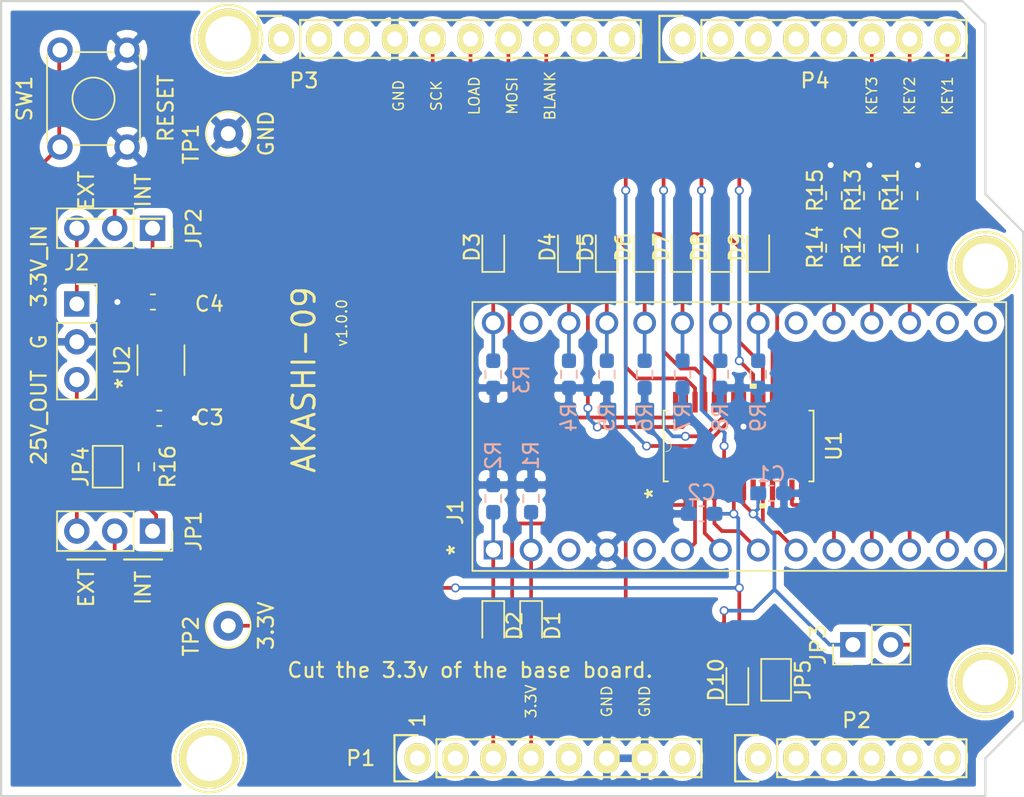
<source format=kicad_pcb>
(kicad_pcb (version 20171130) (host pcbnew 5.1.12-84ad8e8a86~92~ubuntu20.04.1)
  (title_block (date "lun. 30 mars 2015"))
  (layers (0 F.Cu signal) (31 B.Cu signal) (34 B.Paste user hide) (35 F.Paste user hide) (36 B.SilkS user) (37 F.SilkS user) (38 B.Mask user) (39 F.Mask user) (44 Edge.Cuts user))
  (net 0 "")
  (net 1 GND)
  (net 2 "Net-(P5-Pad1)")
  (net 3 "Net-(P6-Pad1)")
  (net 4 "Net-(P7-Pad1)")
  (net 5 "Net-(P8-Pad1)")
  (net 6 "Net-(P1-Pad1)")
  (net 7 +3V3)
  (net 8 "Net-(J1-Pad27)")
  (net 9 "Net-(J1-Pad20)")
  (net 10 /KEY3)
  (net 11 /KEY2)
  (net 12 /KEY1)
  (net 13 "Net-(J1-Pad16)")
  (net 14 "Net-(J1-Pad15)")
  (net 15 /+25V)
  (net 16 /SEG_DP)
  (net 17 /SEG_D)
  (net 18 /SEG_C)
  (net 19 /SEG_E)
  (net 20 /SEG_G)
  (net 21 /SEG_B)
  (net 22 /SEG_F)
  (net 23 /SEG_A)
  (net 24 "Net-(J1-Pad5)")
  (net 25 "Net-(J1-Pad3)")
  (net 26 /SCK)
  (net 27 /LOAD)
  (net 28 /MOSI)
  (net 29 /BLANK)
  (net 30 "Net-(D4-Pad2)")
  (net 31 "Net-(D8-Pad2)")
  (net 32 "Net-(D3-Pad2)")
  (net 33 "Net-(D7-Pad2)")
  (net 34 "Net-(D2-Pad2)")
  (net 35 "Net-(D6-Pad2)")
  (net 36 "Net-(D1-Pad2)")
  (net 37 "Net-(U1-Pad17)")
  (net 38 "Net-(U1-Pad16)")
  (net 39 "Net-(U1-Pad15)")
  (net 40 "Net-(U1-Pad9)")
  (net 41 "Net-(D9-Pad2)")
  (net 42 "Net-(D5-Pad2)")
  (net 43 /RKEY3)
  (net 44 /RKEY2)
  (net 45 /RKEY1)
  (net 46 "Net-(P1-Pad2)")
  (net 47 "Net-(P1-Pad8)")
  (net 48 "Net-(P2-Pad1)")
  (net 49 "Net-(P2-Pad2)")
  (net 50 "Net-(P2-Pad3)")
  (net 51 "Net-(P2-Pad4)")
  (net 52 "Net-(P2-Pad5)")
  (net 53 "Net-(P2-Pad6)")
  (net 54 "Net-(P3-Pad1)")
  (net 55 "Net-(P3-Pad2)")
  (net 56 "Net-(P3-Pad3)")
  (net 57 "Net-(P3-Pad9)")
  (net 58 "Net-(P3-Pad10)")
  (net 59 "Net-(P4-Pad1)")
  (net 60 "Net-(P4-Pad2)")
  (net 61 "Net-(P4-Pad3)")
  (net 62 "Net-(P4-Pad4)")
  (net 63 "Net-(P4-Pad5)")
  (net 64 "Net-(U2-Pad8)")
  (net 65 "Net-(C3-Pad1)")
  (net 66 "Net-(C4-Pad1)")
  (net 67 "Net-(JP1-Pad1)")
  (net 68 /nRESET)
  (net 69 "Net-(P1-Pad5)")
  (net 70 /VBB)
  (net 71 /D_8)
  (net 72 /D_6)
  (net 73 /D_4)
  (net 74 /D_2)
  (net 75 /D_1)
  (net 76 /D_7)
  (net 77 /D_5)
  (net 78 /D_3)
  (net 79 /D_0)
  (net 80 "Net-(J2-Pad3)")
  (net 81 "Net-(J2-Pad1)")
  (net 82 /BASE_3.3V)
  (module TestPoint:TestPoint_Loop_D1.80mm_Drill1.0mm_Beaded (layer F.Cu) (at 126.238 114.935 270)
    (fp_text reference TP2 (at 0.7 2.5 90) (layer F.SilkS))
    (fp_text value TestPoint)
    (pad 1 thru_hole circle (at 0 0 270) (size 2 2) (drill 1) (layers *.Cu *.Mask) (net 7 +3V3))
  )
  (module TestPoint:TestPoint_Loop_D1.80mm_Drill1.0mm_Beaded (layer F.Cu) (at 126.238 81.915 270)
    (fp_text reference TP1 (at 0.7 2.5 90) (layer F.SilkS))
    (fp_text value TestPoint)
    (pad 1 thru_hole circle (at 0 0 270) (size 2 2) (drill 1) (layers *.Cu *.Mask) (net 1 GND))
  )
  (module Jumper:SolderJumper-2_P1.3mm_Open_TrianglePad1.0x1.5mm (layer F.Cu) (at 162.998 118.565 270)
    (fp_text reference JP5 (at 0 -1.8 90) (layer F.SilkS))
    (fp_text value SolderJumper_2_Open)
    (pad 1 smd custom (at -0.725 0 270) (size 0.3 0.3) (layers F.Cu F.Mask) (net 7 +3V3) (options (clearance outline) (anchor rect)) (primitives (gr_poly (pts (xy -0.5 -0.75) (xy 0.5 -0.75) (xy 1 0) (xy 0.5 0.75) (xy -0.5 0.75)) (width 0))))
    (pad 2 smd custom (at 0.725 0 270) (size 0.3 0.3) (layers F.Cu F.Mask) (net 82 /BASE_3.3V) (options (clearance outline) (anchor rect)) (primitives (gr_poly (pts (xy -0.65 -0.75) (xy 0.5 -0.75) (xy 0.5 0.75) (xy -0.65 0.75) (xy -0.15 0)) (width 0))))
  )
  (module Diode_SMD:D_0603_1608Metric_Pad1.05x0.95mm_HandSolder (layer F.Cu) (at 160.398 118.565 90)
    (fp_text reference D10 (at 0 -1.43 90) (layer F.SilkS))
    (fp_text value D)
    (pad 2 smd roundrect (at 0.875 0 90) (size 1.05 0.95) (layers F.Cu F.Paste F.Mask) (net 7 +3V3))
    (pad 1 smd roundrect (at -0.875 0 90) (size 1.05 0.95) (layers F.Cu F.Paste F.Mask) (net 82 /BASE_3.3V))
  )
  (module Connector_PinSocket_2.54mm:PinSocket_1x03_P2.54mm_Vertical (layer F.Cu) (at 116.078 93.345)
    (fp_text reference J2 (at 0 -2.77) (layer F.SilkS))
    (fp_text value Conn_01x03_Male)
    (pad 3 thru_hole oval (at 0 5.08) (size 1.7 1.7) (drill 1) (layers *.Cu *.Mask) (net 80 "Net-(J2-Pad3)"))
    (pad 2 thru_hole oval (at 0 2.54) (size 1.7 1.7) (drill 1) (layers *.Cu *.Mask) (net 1 GND))
    (pad 1 thru_hole rect (at 0 0) (size 1.7 1.7) (drill 1) (layers *.Cu *.Mask) (net 81 "Net-(J2-Pad1)"))
  )
  (module DIP28:9-1437539-2 (layer F.Cu) (at 177.038 94.615 90)
    (fp_text reference J1 (at -12.7 -35.56 90) (layer F.SilkS))
    (fp_text value 9-1437539-2 hide)
    (fp_text user * (at -15.24 -35.56 90) (layer F.SilkS))
    (fp_text user * (at -15.24 -35.56 90) (layer F.SilkS))
    (pad 28 thru_hole circle (at 0 -33.02 90) (size 1.524 1.524) (drill 1) (layers *.Cu *.Mask) (net 74 /D_2))
    (pad 27 thru_hole circle (at 0 -30.48 90) (size 1.524 1.524) (drill 1) (layers *.Cu *.Mask) (net 8 "Net-(J1-Pad27)"))
    (pad 26 thru_hole circle (at 0 -27.94 90) (size 1.524 1.524) (drill 1) (layers *.Cu *.Mask) (net 78 /D_3))
    (pad 25 thru_hole circle (at 0 -25.4 90) (size 1.524 1.524) (drill 1) (layers *.Cu *.Mask) (net 73 /D_4))
    (pad 24 thru_hole circle (at 0 -22.86 90) (size 1.524 1.524) (drill 1) (layers *.Cu *.Mask) (net 77 /D_5))
    (pad 23 thru_hole circle (at 0 -20.32 90) (size 1.524 1.524) (drill 1) (layers *.Cu *.Mask) (net 72 /D_6))
    (pad 22 thru_hole circle (at 0 -17.78 90) (size 1.524 1.524) (drill 1) (layers *.Cu *.Mask) (net 76 /D_7))
    (pad 21 thru_hole circle (at 0 -15.24 90) (size 1.524 1.524) (drill 1) (layers *.Cu *.Mask) (net 71 /D_8))
    (pad 20 thru_hole circle (at 0 -12.7 90) (size 1.524 1.524) (drill 1) (layers *.Cu *.Mask) (net 9 "Net-(J1-Pad20)"))
    (pad 19 thru_hole circle (at 0 -10.16 90) (size 1.524 1.524) (drill 1) (layers *.Cu *.Mask) (net 10 /KEY3))
    (pad 18 thru_hole circle (at 0 -7.62 90) (size 1.524 1.524) (drill 1) (layers *.Cu *.Mask) (net 11 /KEY2))
    (pad 17 thru_hole circle (at 0 -5.08 90) (size 1.524 1.524) (drill 1) (layers *.Cu *.Mask) (net 12 /KEY1))
    (pad 16 thru_hole circle (at 0 -2.54 90) (size 1.524 1.524) (drill 1) (layers *.Cu *.Mask) (net 13 "Net-(J1-Pad16)"))
    (pad 15 thru_hole circle (at 0 0 90) (size 1.524 1.524) (drill 1) (layers *.Cu *.Mask) (net 14 "Net-(J1-Pad15)"))
    (pad 14 thru_hole circle (at -15.24 0 90) (size 1.524 1.524) (drill 1) (layers *.Cu *.Mask) (net 15 /+25V))
    (pad 13 thru_hole circle (at -15.24 -2.54 90) (size 1.524 1.524) (drill 1) (layers *.Cu *.Mask) (net 16 /SEG_DP))
    (pad 12 thru_hole circle (at -15.24 -5.08 90) (size 1.524 1.524) (drill 1) (layers *.Cu *.Mask) (net 17 /SEG_D))
    (pad 11 thru_hole circle (at -15.24 -7.62 90) (size 1.524 1.524) (drill 1) (layers *.Cu *.Mask) (net 18 /SEG_C))
    (pad 10 thru_hole circle (at -15.24 -10.16 90) (size 1.524 1.524) (drill 1) (layers *.Cu *.Mask) (net 19 /SEG_E))
    (pad 9 thru_hole circle (at -15.24 -12.7 90) (size 1.524 1.524) (drill 1) (layers *.Cu *.Mask) (net 20 /SEG_G))
    (pad 8 thru_hole circle (at -15.24 -15.24 90) (size 1.524 1.524) (drill 1) (layers *.Cu *.Mask) (net 21 /SEG_B))
    (pad 7 thru_hole circle (at -15.24 -17.78 90) (size 1.524 1.524) (drill 1) (layers *.Cu *.Mask) (net 22 /SEG_F))
    (pad 6 thru_hole circle (at -15.24 -20.32 90) (size 1.524 1.524) (drill 1) (layers *.Cu *.Mask) (net 23 /SEG_A))
    (pad 5 thru_hole circle (at -15.24 -22.86 90) (size 1.524 1.524) (drill 1) (layers *.Cu *.Mask) (net 24 "Net-(J1-Pad5)"))
    (pad 4 thru_hole circle (at -15.24 -25.4 90) (size 1.524 1.524) (drill 1) (layers *.Cu *.Mask) (net 1 GND))
    (pad 3 thru_hole circle (at -15.24 -27.94 90) (size 1.524 1.524) (drill 1) (layers *.Cu *.Mask) (net 25 "Net-(J1-Pad3)"))
    (pad 2 thru_hole circle (at -15.24 -30.48 90) (size 1.524 1.524) (drill 1) (layers *.Cu *.Mask) (net 79 /D_0))
    (pad 1 thru_hole rect (at -15.24 -33.02 90) (size 1.27 1.27) (drill 1) (layers *.Cu *.Mask) (net 75 /D_1))
  )
  (module Connector_PinHeader_2.54mm:PinHeader_1x02_P2.54mm_Vertical (layer F.Cu) (at 168.148 116.205 90)
    (fp_text reference JP3 (at 0 -2.33 90) (layer F.SilkS))
    (fp_text value Jumper_2_Open)
    (pad 2 thru_hole oval (at 0 2.54 90) (size 1.7 1.7) (drill 1) (layers *.Cu *.Mask) (net 15 /+25V))
    (pad 1 thru_hole rect (at 0 0 90) (size 1.7 1.7) (drill 1) (layers *.Cu *.Mask) (net 70 /VBB))
  )
  (module Voltage_Regulator:LT3008ETS8-3.3-PBF (layer F.Cu) (at 121.722999 97.115 90)
    (fp_text reference U2 (at 0 -2.6 90) (layer F.SilkS))
    (fp_text value LT3008ETS8-3.3-TRPBF hide)
    (fp_text user * (at -1.56845 -2.5244 90) (layer F.SilkS))
    (fp_text user * (at -1.56845 -2.5244 90) (layer F.SilkS))
    (pad 8 smd rect (at 1.31445 -0.974999 90) (size 0.8763 0.4064) (layers F.Cu F.Paste F.Mask) (net 64 "Net-(U2-Pad8)"))
    (pad 7 smd rect (at 1.31445 -0.325001 90) (size 0.8763 0.4064) (layers F.Cu F.Paste F.Mask) (net 66 "Net-(C4-Pad1)"))
    (pad 6 smd rect (at 1.31445 0.325001 90) (size 0.8763 0.4064) (layers F.Cu F.Paste F.Mask) (net 66 "Net-(C4-Pad1)"))
    (pad 5 smd rect (at 1.31445 0.974999 90) (size 0.8763 0.4064) (layers F.Cu F.Paste F.Mask) (net 65 "Net-(C3-Pad1)"))
    (pad 4 smd rect (at -1.31445 0.974999 90) (size 0.8763 0.4064) (layers F.Cu F.Paste F.Mask) (net 1 GND))
    (pad 3 smd rect (at -1.31445 0.325001 90) (size 0.8763 0.4064) (layers F.Cu F.Paste F.Mask) (net 1 GND))
    (pad 2 smd rect (at -1.31445 -0.325001 90) (size 0.8763 0.4064) (layers F.Cu F.Paste F.Mask) (net 1 GND))
    (pad 1 smd rect (at -1.31445 -0.974999 90) (size 0.8763 0.4064) (layers F.Cu F.Paste F.Mask) (net 65 "Net-(C3-Pad1)"))
  )
  (module Button_Switch_THT:SW_TH_Tactile_Omron_B3F-10xx (layer F.Cu) (at 119.448 76.315 270)
    (fp_text reference SW1 (at 3.25 6.88 90) (layer F.SilkS))
    (fp_text value SW_MEC_5G)
    (pad 1 thru_hole circle (at 0 0 270) (size 1.7 1.7) (drill 1) (layers *.Cu *.Mask) (net 1 GND))
    (pad 2 thru_hole circle (at 6.5 0 270) (size 1.7 1.7) (drill 1) (layers *.Cu *.Mask) (net 1 GND))
    (pad 3 thru_hole circle (at 0 4.5 270) (size 1.7 1.7) (drill 1) (layers *.Cu *.Mask) (net 68 /nRESET))
    (pad 4 thru_hole circle (at 6.5 4.5 270) (size 1.7 1.7) (drill 1) (layers *.Cu *.Mask) (net 68 /nRESET))
  )
  (module Resistor_SMD:R_0603_1608Metric_Pad0.98x0.95mm_HandSolder (layer F.Cu) (at 120.748 104.265 270)
    (fp_text reference R16 (at 0 -1.43 90) (layer F.SilkS))
    (fp_text value 1k)
    (pad 2 smd roundrect (at 0.9125 0 270) (size 0.975 0.95) (layers F.Cu F.Paste F.Mask) (net 67 "Net-(JP1-Pad1)"))
    (pad 1 smd roundrect (at -0.9125 0 270) (size 0.975 0.95) (layers F.Cu F.Paste F.Mask) (net 65 "Net-(C3-Pad1)"))
  )
  (module Connector_PinSocket_2.54mm:PinSocket_1x03_P2.54mm_Vertical (layer F.Cu) (at 121.158 88.265 270)
    (fp_text reference JP2 (at 0 -2.77 90) (layer F.SilkS))
    (fp_text value Jumper_3_Open)
    (pad 3 thru_hole oval (at 0 5.08 270) (size 1.7 1.7) (drill 1) (layers *.Cu *.Mask) (net 81 "Net-(J2-Pad1)"))
    (pad 2 thru_hole oval (at 0 2.54 270) (size 1.7 1.7) (drill 1) (layers *.Cu *.Mask) (net 7 +3V3))
    (pad 1 thru_hole rect (at 0 0 270) (size 1.7 1.7) (drill 1) (layers *.Cu *.Mask) (net 66 "Net-(C4-Pad1)"))
  )
  (module Jumper:SolderJumper-2_P1.3mm_Open_TrianglePad1.0x1.5mm (layer F.Cu) (at 118.148 104.265 90)
    (fp_text reference JP4 (at 0 -1.8 90) (layer F.SilkS))
    (fp_text value SolderJumper_2_Open)
    (pad 1 smd custom (at -0.725 0 90) (size 0.3 0.3) (layers F.Cu F.Mask) (net 67 "Net-(JP1-Pad1)") (options (clearance outline) (anchor rect)) (primitives (gr_poly (pts (xy -0.5 -0.75) (xy 0.5 -0.75) (xy 1 0) (xy 0.5 0.75) (xy -0.5 0.75)) (width 0))))
    (pad 2 smd custom (at 0.725 0 90) (size 0.3 0.3) (layers F.Cu F.Mask) (net 65 "Net-(C3-Pad1)") (options (clearance outline) (anchor rect)) (primitives (gr_poly (pts (xy -0.65 -0.75) (xy 0.5 -0.75) (xy 0.5 0.75) (xy -0.65 0.75) (xy -0.15 0)) (width 0))))
  )
  (module Connector_PinSocket_2.54mm:PinSocket_1x03_P2.54mm_Vertical (layer F.Cu) (at 121.158 108.585 270)
    (fp_text reference JP1 (at 0 -2.77 90) (layer F.SilkS))
    (fp_text value Jumper_3_Open)
    (pad 3 thru_hole oval (at 0 5.08 270) (size 1.7 1.7) (drill 1) (layers *.Cu *.Mask) (net 80 "Net-(J2-Pad3)"))
    (pad 2 thru_hole oval (at 0 2.54 270) (size 1.7 1.7) (drill 1) (layers *.Cu *.Mask) (net 70 /VBB))
    (pad 1 thru_hole rect (at 0 0 270) (size 1.7 1.7) (drill 1) (layers *.Cu *.Mask) (net 67 "Net-(JP1-Pad1)"))
  )
  (module Capacitor_SMD:C_0603_1608Metric_Pad1.08x0.95mm_HandSolder (layer F.Cu) (at 121.1855 93.215 180)
    (fp_text reference C4 (at -3.7825 -0.13) (layer F.SilkS))
    (fp_text value 2.2uF)
    (pad 2 smd roundrect (at 0.8625 0 180) (size 1.075 0.95) (layers F.Cu F.Paste F.Mask) (net 1 GND))
    (pad 1 smd roundrect (at -0.8625 0 180) (size 1.075 0.95) (layers F.Cu F.Paste F.Mask) (net 66 "Net-(C4-Pad1)"))
  )
  (module Capacitor_SMD:C_0603_1608Metric_Pad1.08x0.95mm_HandSolder (layer F.Cu) (at 121.6105 101.015)
    (fp_text reference C3 (at 3.3575 -0.05) (layer F.SilkS))
    (fp_text value 1uF)
    (pad 2 smd roundrect (at 0.8625 0) (size 1.075 0.95) (layers F.Cu F.Paste F.Mask) (net 1 GND))
    (pad 1 smd roundrect (at -0.8625 0) (size 1.075 0.95) (layers F.Cu F.Paste F.Mask) (net 65 "Net-(C3-Pad1)"))
  )
  (module Capacitor_SMD:C_0603_1608Metric_Pad1.08x0.95mm_HandSolder (layer B.Cu) (at 157.9955 107.425 180)
    (fp_text reference C2 (at 0 1.43) (layer B.SilkS) (effects (justify mirror)))
    (fp_text value 0.1u)
    (pad 2 smd roundrect (at 0.8625 0 180) (size 1.075 0.95) (layers B.Cu B.Paste B.Mask) (net 1 GND))
    (pad 1 smd roundrect (at -0.8625 0 180) (size 1.075 0.95) (layers B.Cu B.Paste B.Mask) (net 7 +3V3))
  )
  (module Capacitor_SMD:C_0603_1608Metric_Pad1.08x0.95mm_HandSolder (layer B.Cu) (at 162.6605 106.045)
    (fp_text reference C1 (at 0 -1.27) (layer B.SilkS) (effects (justify mirror)))
    (fp_text value 0.1u)
    (pad 2 smd roundrect (at 0.8625 0) (size 1.075 0.95) (layers B.Cu B.Paste B.Mask) (net 1 GND))
    (pad 1 smd roundrect (at -0.8625 0) (size 1.075 0.95) (layers B.Cu B.Paste B.Mask) (net 70 /VBB))
  )
  (module Resistor_SMD:R_0603_1608Metric_Pad0.98x0.95mm_HandSolder (layer B.Cu) (at 146.558 106.4025 90)
    (fp_text reference R1 (at 2.8975 0 270) (layer B.SilkS) (effects (justify mirror)))
    (fp_text value 33k)
    (pad 2 smd roundrect (at 0.9125 0 90) (size 0.975 0.95) (layers B.Cu B.Paste B.Mask) (net 1 GND))
    (pad 1 smd roundrect (at -0.9125 0 90) (size 0.975 0.95) (layers B.Cu B.Paste B.Mask) (net 79 /D_0))
  )
  (module Resistor_SMD:R_0603_1608Metric_Pad0.98x0.95mm_HandSolder (layer B.Cu) (at 144.018 106.4025 90)
    (fp_text reference R2 (at 2.8975 0 270) (layer B.SilkS) (effects (justify mirror)))
    (fp_text value 33k)
    (pad 2 smd roundrect (at 0.9125 0 90) (size 0.975 0.95) (layers B.Cu B.Paste B.Mask) (net 1 GND))
    (pad 1 smd roundrect (at -0.9125 0 90) (size 0.975 0.95) (layers B.Cu B.Paste B.Mask) (net 75 /D_1))
  )
  (module Resistor_SMD:R_0603_1608Metric_Pad0.98x0.95mm_HandSolder (layer B.Cu) (at 161.798 98.0675 270)
    (fp_text reference R9 (at 2.8975 0 270) (layer B.SilkS) (effects (justify mirror)))
    (fp_text value 33k)
    (pad 2 smd roundrect (at 0.9125 0 270) (size 0.975 0.95) (layers B.Cu B.Paste B.Mask) (net 1 GND))
    (pad 1 smd roundrect (at -0.9125 0 270) (size 0.975 0.95) (layers B.Cu B.Paste B.Mask) (net 71 /D_8))
  )
  (module Resistor_SMD:R_0603_1608Metric_Pad0.98x0.95mm_HandSolder (layer B.Cu) (at 159.258 98.0675 270)
    (fp_text reference R8 (at 2.8975 0 90) (layer B.SilkS) (effects (justify mirror)))
    (fp_text value 33k)
    (pad 2 smd roundrect (at 0.9125 0 270) (size 0.975 0.95) (layers B.Cu B.Paste B.Mask) (net 1 GND))
    (pad 1 smd roundrect (at -0.9125 0 270) (size 0.975 0.95) (layers B.Cu B.Paste B.Mask) (net 76 /D_7))
  )
  (module Resistor_SMD:R_0603_1608Metric_Pad0.98x0.95mm_HandSolder (layer B.Cu) (at 156.718 98.0675 270)
    (fp_text reference R7 (at 2.8975 0 270) (layer B.SilkS) (effects (justify mirror)))
    (fp_text value 33k)
    (pad 2 smd roundrect (at 0.9125 0 270) (size 0.975 0.95) (layers B.Cu B.Paste B.Mask) (net 1 GND))
    (pad 1 smd roundrect (at -0.9125 0 270) (size 0.975 0.95) (layers B.Cu B.Paste B.Mask) (net 72 /D_6))
  )
  (module Resistor_SMD:R_0603_1608Metric_Pad0.98x0.95mm_HandSolder (layer B.Cu) (at 154.178 98.0675 270)
    (fp_text reference R6 (at 2.8975 0 270) (layer B.SilkS) (effects (justify mirror)))
    (fp_text value 33k)
    (pad 2 smd roundrect (at 0.9125 0 270) (size 0.975 0.95) (layers B.Cu B.Paste B.Mask) (net 1 GND))
    (pad 1 smd roundrect (at -0.9125 0 270) (size 0.975 0.95) (layers B.Cu B.Paste B.Mask) (net 77 /D_5))
  )
  (module Resistor_SMD:R_0603_1608Metric_Pad0.98x0.95mm_HandSolder (layer B.Cu) (at 151.638 98.0675 270)
    (fp_text reference R5 (at 2.8975 0 270) (layer B.SilkS) (effects (justify mirror)))
    (fp_text value 33k)
    (pad 2 smd roundrect (at 0.9125 0 270) (size 0.975 0.95) (layers B.Cu B.Paste B.Mask) (net 1 GND))
    (pad 1 smd roundrect (at -0.9125 0 270) (size 0.975 0.95) (layers B.Cu B.Paste B.Mask) (net 73 /D_4))
  )
  (module Resistor_SMD:R_0603_1608Metric_Pad0.98x0.95mm_HandSolder (layer B.Cu) (at 149.098 98.0675 270)
    (fp_text reference R4 (at 2.8975 0 90) (layer B.SilkS) (effects (justify mirror)))
    (fp_text value 33k)
    (pad 2 smd roundrect (at 0.9125 0 270) (size 0.975 0.95) (layers B.Cu B.Paste B.Mask) (net 1 GND))
    (pad 1 smd roundrect (at -0.9125 0 270) (size 0.975 0.95) (layers B.Cu B.Paste B.Mask) (net 78 /D_3))
  )
  (module Resistor_SMD:R_0603_1608Metric_Pad0.98x0.95mm_HandSolder (layer B.Cu) (at 144.018 98.0675 270)
    (fp_text reference R3 (at 0.3575 -1.905 90) (layer B.SilkS) (effects (justify mirror)))
    (fp_text value 33k)
    (pad 2 smd roundrect (at 0.9125 0 270) (size 0.975 0.95) (layers B.Cu B.Paste B.Mask) (net 1 GND))
    (pad 1 smd roundrect (at -0.9125 0 270) (size 0.975 0.95) (layers B.Cu B.Paste B.Mask) (net 74 /D_2))
  )
  (module Resistor_SMD:R_0603_1608Metric_Pad0.98x0.95mm_HandSolder (layer F.Cu) (at 171.958 86.0825 90)
    (fp_text reference R11 (at 0.3575 -1.27 90) (layer F.SilkS))
    (fp_text value 3.3k)
    (pad 2 smd roundrect (at 0.9125 0 90) (size 0.975 0.95) (layers F.Cu F.Paste F.Mask) (net 1 GND))
    (pad 1 smd roundrect (at -0.9125 0 90) (size 0.975 0.95) (layers F.Cu F.Paste F.Mask) (net 45 /RKEY1))
  )
  (module Resistor_SMD:R_0603_1608Metric_Pad0.98x0.95mm_HandSolder (layer F.Cu) (at 171.958 89.6125 90)
    (fp_text reference R10 (at 0.0775 -1.27 90) (layer F.SilkS))
    (fp_text value 27k)
    (pad 2 smd roundrect (at 0.9125 0 90) (size 0.975 0.95) (layers F.Cu F.Paste F.Mask) (net 45 /RKEY1))
    (pad 1 smd roundrect (at -0.9125 0 90) (size 0.975 0.95) (layers F.Cu F.Paste F.Mask) (net 12 /KEY1))
  )
  (module Resistor_SMD:R_0603_1608Metric_Pad0.98x0.95mm_HandSolder (layer F.Cu) (at 169.418 86.0825 90)
    (fp_text reference R13 (at 0.3575 -1.27 90) (layer F.SilkS))
    (fp_text value 3.3k)
    (pad 2 smd roundrect (at 0.9125 0 90) (size 0.975 0.95) (layers F.Cu F.Paste F.Mask) (net 1 GND))
    (pad 1 smd roundrect (at -0.9125 0 90) (size 0.975 0.95) (layers F.Cu F.Paste F.Mask) (net 44 /RKEY2))
  )
  (module Resistor_SMD:R_0603_1608Metric_Pad0.98x0.95mm_HandSolder (layer F.Cu) (at 169.418 89.6125 90)
    (fp_text reference R12 (at 0.0775 -1.27 90) (layer F.SilkS))
    (fp_text value 27k)
    (pad 2 smd roundrect (at 0.9125 0 90) (size 0.975 0.95) (layers F.Cu F.Paste F.Mask) (net 44 /RKEY2))
    (pad 1 smd roundrect (at -0.9125 0 90) (size 0.975 0.95) (layers F.Cu F.Paste F.Mask) (net 11 /KEY2))
  )
  (module Resistor_SMD:R_0603_1608Metric_Pad0.98x0.95mm_HandSolder (layer F.Cu) (at 166.878 86.0825 90)
    (fp_text reference R15 (at 0.3575 -1.27 90) (layer F.SilkS))
    (fp_text value 3.3k)
    (pad 2 smd roundrect (at 0.9125 0 90) (size 0.975 0.95) (layers F.Cu F.Paste F.Mask) (net 1 GND))
    (pad 1 smd roundrect (at -0.9125 0 90) (size 0.975 0.95) (layers F.Cu F.Paste F.Mask) (net 43 /RKEY3))
  )
  (module Resistor_SMD:R_0603_1608Metric_Pad0.98x0.95mm_HandSolder (layer F.Cu) (at 166.878 89.6125 90)
    (fp_text reference R14 (at 0.0775 -1.27 90) (layer F.SilkS))
    (fp_text value 27k)
    (pad 2 smd roundrect (at 0.9125 0 90) (size 0.975 0.95) (layers F.Cu F.Paste F.Mask) (net 43 /RKEY3))
    (pad 1 smd roundrect (at -0.9125 0 90) (size 0.975 0.95) (layers F.Cu F.Paste F.Mask) (net 10 /KEY3))
  )
  (module Diode_SMD:D_0603_1608Metric_Pad1.05x0.95mm_HandSolder (layer F.Cu) (at 146.558 114.935 270)
    (fp_text reference D1 (at 0 -1.43 90) (layer F.SilkS))
    (fp_text value D)
    (pad 2 smd roundrect (at 0.875 0 270) (size 1.05 0.95) (layers F.Cu F.Paste F.Mask) (net 36 "Net-(D1-Pad2)"))
    (pad 1 smd roundrect (at -0.875 0 270) (size 1.05 0.95) (layers F.Cu F.Paste F.Mask) (net 79 /D_0))
  )
  (module Diode_SMD:D_0603_1608Metric_Pad1.05x0.95mm_HandSolder (layer F.Cu) (at 149.098 89.535 90)
    (fp_text reference D4 (at 0 -1.43 90) (layer F.SilkS))
    (fp_text value D)
    (pad 2 smd roundrect (at 0.875 0 90) (size 1.05 0.95) (layers F.Cu F.Paste F.Mask) (net 30 "Net-(D4-Pad2)"))
    (pad 1 smd roundrect (at -0.875 0 90) (size 1.05 0.95) (layers F.Cu F.Paste F.Mask) (net 78 /D_3))
  )
  (module Diode_SMD:D_0603_1608Metric_Pad1.05x0.95mm_HandSolder (layer F.Cu) (at 154.178 89.535 90)
    (fp_text reference D6 (at 0 -1.43 90) (layer F.SilkS))
    (fp_text value D)
    (pad 2 smd roundrect (at 0.875 0 90) (size 1.05 0.95) (layers F.Cu F.Paste F.Mask) (net 35 "Net-(D6-Pad2)"))
    (pad 1 smd roundrect (at -0.875 0 90) (size 1.05 0.95) (layers F.Cu F.Paste F.Mask) (net 77 /D_5))
  )
  (module Diode_SMD:D_0603_1608Metric_Pad1.05x0.95mm_HandSolder (layer F.Cu) (at 159.258 89.535 90)
    (fp_text reference D8 (at 0 -1.43 90) (layer F.SilkS))
    (fp_text value D)
    (pad 2 smd roundrect (at 0.875 0 90) (size 1.05 0.95) (layers F.Cu F.Paste F.Mask) (net 31 "Net-(D8-Pad2)"))
    (pad 1 smd roundrect (at -0.875 0 90) (size 1.05 0.95) (layers F.Cu F.Paste F.Mask) (net 76 /D_7))
  )
  (module Diode_SMD:D_0603_1608Metric_Pad1.05x0.95mm_HandSolder (layer F.Cu) (at 144.018 114.935 270)
    (fp_text reference D2 (at 0 -1.43 90) (layer F.SilkS))
    (fp_text value D)
    (pad 2 smd roundrect (at 0.875 0 270) (size 1.05 0.95) (layers F.Cu F.Paste F.Mask) (net 34 "Net-(D2-Pad2)"))
    (pad 1 smd roundrect (at -0.875 0 270) (size 1.05 0.95) (layers F.Cu F.Paste F.Mask) (net 75 /D_1))
  )
  (module Diode_SMD:D_0603_1608Metric_Pad1.05x0.95mm_HandSolder (layer F.Cu) (at 144.018 89.535 90)
    (fp_text reference D3 (at 0 -1.43 90) (layer F.SilkS))
    (fp_text value D)
    (pad 2 smd roundrect (at 0.875 0 90) (size 1.05 0.95) (layers F.Cu F.Paste F.Mask) (net 32 "Net-(D3-Pad2)"))
    (pad 1 smd roundrect (at -0.875 0 90) (size 1.05 0.95) (layers F.Cu F.Paste F.Mask) (net 74 /D_2))
  )
  (module Diode_SMD:D_0603_1608Metric_Pad1.05x0.95mm_HandSolder (layer F.Cu) (at 151.638 89.535 90)
    (fp_text reference D5 (at 0 -1.43 90) (layer F.SilkS))
    (fp_text value D)
    (pad 2 smd roundrect (at 0.875 0 90) (size 1.05 0.95) (layers F.Cu F.Paste F.Mask) (net 42 "Net-(D5-Pad2)"))
    (pad 1 smd roundrect (at -0.875 0 90) (size 1.05 0.95) (layers F.Cu F.Paste F.Mask) (net 73 /D_4))
  )
  (module Diode_SMD:D_0603_1608Metric_Pad1.05x0.95mm_HandSolder (layer F.Cu) (at 156.718 89.535 90)
    (fp_text reference D7 (at 0 -1.43 90) (layer F.SilkS))
    (fp_text value D)
    (pad 2 smd roundrect (at 0.875 0 90) (size 1.05 0.95) (layers F.Cu F.Paste F.Mask) (net 33 "Net-(D7-Pad2)"))
    (pad 1 smd roundrect (at -0.875 0 90) (size 1.05 0.95) (layers F.Cu F.Paste F.Mask) (net 72 /D_6))
  )
  (module Diode_SMD:D_0603_1608Metric_Pad1.05x0.95mm_HandSolder (layer F.Cu) (at 161.798 89.535 90)
    (fp_text reference D9 (at 0 -1.43 90) (layer F.SilkS))
    (fp_text value D)
    (pad 2 smd roundrect (at 0.875 0 90) (size 1.05 0.95) (layers F.Cu F.Paste F.Mask) (net 41 "Net-(D9-Pad2)"))
    (pad 1 smd roundrect (at -0.875 0 90) (size 1.05 0.95) (layers F.Cu F.Paste F.Mask) (net 71 /D_8))
  )
  (module FPD_Driver:max6921aui (layer F.Cu) (at 160.483 102.875 90)
    (fp_text reference U1 (at 0 6.395 90) (layer F.SilkS))
    (fp_text value max6921aui hide)
    (fp_text user * (at -3.19405 -5.7236 90) (layer F.SilkS))
    (fp_text user * (at -3.19405 -5.7236 90) (layer F.SilkS))
    (pad 28 smd rect (at 2.94005 -4.225 90) (size 1.3843 0.3556) (layers F.Cu F.Paste F.Mask) (net 32 "Net-(D3-Pad2)"))
    (pad 27 smd rect (at 2.94005 -3.574999 90) (size 1.3843 0.3556) (layers F.Cu F.Paste F.Mask) (net 30 "Net-(D4-Pad2)"))
    (pad 26 smd rect (at 2.94005 -2.925 90) (size 1.3843 0.3556) (layers F.Cu F.Paste F.Mask) (net 42 "Net-(D5-Pad2)"))
    (pad 25 smd rect (at 2.94005 -2.274999 90) (size 1.3843 0.3556) (layers F.Cu F.Paste F.Mask) (net 35 "Net-(D6-Pad2)"))
    (pad 24 smd rect (at 2.94005 -1.625001 90) (size 1.3843 0.3556) (layers F.Cu F.Paste F.Mask) (net 33 "Net-(D7-Pad2)"))
    (pad 23 smd rect (at 2.94005 -0.974999 90) (size 1.3843 0.3556) (layers F.Cu F.Paste F.Mask) (net 27 /LOAD))
    (pad 22 smd rect (at 2.94005 -0.325001 90) (size 1.3843 0.3556) (layers F.Cu F.Paste F.Mask) (net 26 /SCK))
    (pad 21 smd rect (at 2.94005 0.325001 90) (size 1.3843 0.3556) (layers F.Cu F.Paste F.Mask) (net 1 GND))
    (pad 20 smd rect (at 2.94005 0.974999 90) (size 1.3843 0.3556) (layers F.Cu F.Paste F.Mask) (net 29 /BLANK))
    (pad 19 smd rect (at 2.94005 1.625001 90) (size 1.3843 0.3556) (layers F.Cu F.Paste F.Mask) (net 31 "Net-(D8-Pad2)"))
    (pad 18 smd rect (at 2.94005 2.274999 90) (size 1.3843 0.3556) (layers F.Cu F.Paste F.Mask) (net 41 "Net-(D9-Pad2)"))
    (pad 17 smd rect (at 2.94005 2.925 90) (size 1.3843 0.3556) (layers F.Cu F.Paste F.Mask) (net 37 "Net-(U1-Pad17)"))
    (pad 16 smd rect (at 2.94005 3.574999 90) (size 1.3843 0.3556) (layers F.Cu F.Paste F.Mask) (net 38 "Net-(U1-Pad16)"))
    (pad 15 smd rect (at 2.94005 4.225 90) (size 1.3843 0.3556) (layers F.Cu F.Paste F.Mask) (net 39 "Net-(U1-Pad15)"))
    (pad 14 smd rect (at -2.94005 4.224998 90) (size 1.3843 0.3556) (layers F.Cu F.Paste F.Mask) (net 16 /SEG_DP))
    (pad 13 smd rect (at -2.94005 3.574999 90) (size 1.3843 0.3556) (layers F.Cu F.Paste F.Mask) (net 17 /SEG_D))
    (pad 12 smd rect (at -2.94005 2.924998 90) (size 1.3843 0.3556) (layers F.Cu F.Paste F.Mask) (net 18 /SEG_C))
    (pad 11 smd rect (at -2.94005 2.274999 90) (size 1.3843 0.3556) (layers F.Cu F.Paste F.Mask) (net 19 /SEG_E))
    (pad 10 smd rect (at -2.94005 1.624998 90) (size 1.3843 0.3556) (layers F.Cu F.Paste F.Mask) (net 20 /SEG_G))
    (pad 9 smd rect (at -2.94005 0.974999 90) (size 1.3843 0.3556) (layers F.Cu F.Paste F.Mask) (net 40 "Net-(U1-Pad9)"))
    (pad 8 smd rect (at -2.94005 0.324998 90) (size 1.3843 0.3556) (layers F.Cu F.Paste F.Mask) (net 70 /VBB))
    (pad 7 smd rect (at -2.94005 -0.325001 90) (size 1.3843 0.3556) (layers F.Cu F.Paste F.Mask) (net 7 +3V3))
    (pad 6 smd rect (at -2.94005 -0.974999 90) (size 1.3843 0.3556) (layers F.Cu F.Paste F.Mask) (net 28 /MOSI))
    (pad 5 smd rect (at -2.94005 -1.625001 90) (size 1.3843 0.3556) (layers F.Cu F.Paste F.Mask) (net 21 /SEG_B))
    (pad 4 smd rect (at -2.94005 -2.274999 90) (size 1.3843 0.3556) (layers F.Cu F.Paste F.Mask) (net 22 /SEG_F))
    (pad 3 smd rect (at -2.94005 -2.925 90) (size 1.3843 0.3556) (layers F.Cu F.Paste F.Mask) (net 23 /SEG_A))
    (pad 2 smd rect (at -2.94005 -3.574999 90) (size 1.3843 0.3556) (layers F.Cu F.Paste F.Mask) (net 36 "Net-(D1-Pad2)"))
    (pad 1 smd rect (at -2.94005 -4.225 90) (size 1.3843 0.3556) (layers F.Cu F.Paste F.Mask) (net 34 "Net-(D2-Pad2)"))
  )
  (module Socket_Arduino_Uno:Socket_Strip_Arduino_1x08 (layer F.Cu) (at 138.938 123.825)
    (fp_text reference P1 (at -3.81 0) (layer F.SilkS))
    (fp_text value Power)
    (pad 1 thru_hole oval (at 0 0) (size 1.7272 2.032) (drill 1.016) (layers *.Cu *.Mask F.SilkS) (net 6 "Net-(P1-Pad1)"))
    (pad 2 thru_hole oval (at 2.54 0) (size 1.7272 2.032) (drill 1.016) (layers *.Cu *.Mask F.SilkS) (net 46 "Net-(P1-Pad2)"))
    (pad 3 thru_hole oval (at 5.08 0) (size 1.7272 2.032) (drill 1.016) (layers *.Cu *.Mask F.SilkS) (net 68 /nRESET))
    (pad 4 thru_hole oval (at 7.62 0) (size 1.7272 2.032) (drill 1.016) (layers *.Cu *.Mask F.SilkS) (net 82 /BASE_3.3V))
    (pad 5 thru_hole oval (at 10.16 0) (size 1.7272 2.032) (drill 1.016) (layers *.Cu *.Mask F.SilkS) (net 69 "Net-(P1-Pad5)"))
    (pad 6 thru_hole oval (at 12.7 0) (size 1.7272 2.032) (drill 1.016) (layers *.Cu *.Mask F.SilkS) (net 1 GND))
    (pad 7 thru_hole oval (at 15.24 0) (size 1.7272 2.032) (drill 1.016) (layers *.Cu *.Mask F.SilkS) (net 1 GND))
    (pad 8 thru_hole oval (at 17.78 0) (size 1.7272 2.032) (drill 1.016) (layers *.Cu *.Mask F.SilkS) (net 47 "Net-(P1-Pad8)"))
  )
  (module Socket_Arduino_Uno:Socket_Strip_Arduino_1x06 (layer F.Cu) (at 161.798 123.825)
    (fp_text reference P2 (at 6.604 -2.54) (layer F.SilkS))
    (fp_text value Analog)
    (pad 1 thru_hole oval (at 0 0) (size 1.7272 2.032) (drill 1.016) (layers *.Cu *.Mask F.SilkS) (net 48 "Net-(P2-Pad1)"))
    (pad 2 thru_hole oval (at 2.54 0) (size 1.7272 2.032) (drill 1.016) (layers *.Cu *.Mask F.SilkS) (net 49 "Net-(P2-Pad2)"))
    (pad 3 thru_hole oval (at 5.08 0) (size 1.7272 2.032) (drill 1.016) (layers *.Cu *.Mask F.SilkS) (net 50 "Net-(P2-Pad3)"))
    (pad 4 thru_hole oval (at 7.62 0) (size 1.7272 2.032) (drill 1.016) (layers *.Cu *.Mask F.SilkS) (net 51 "Net-(P2-Pad4)"))
    (pad 5 thru_hole oval (at 10.16 0) (size 1.7272 2.032) (drill 1.016) (layers *.Cu *.Mask F.SilkS) (net 52 "Net-(P2-Pad5)"))
    (pad 6 thru_hole oval (at 12.7 0) (size 1.7272 2.032) (drill 1.016) (layers *.Cu *.Mask F.SilkS) (net 53 "Net-(P2-Pad6)"))
  )
  (module Socket_Arduino_Uno:Socket_Strip_Arduino_1x10 (layer F.Cu) (at 129.794 75.565)
    (fp_text reference P3 (at 1.524 2.794) (layer F.SilkS))
    (fp_text value Digital)
    (pad 1 thru_hole oval (at 0 0) (size 1.7272 2.032) (drill 1.016) (layers *.Cu *.Mask F.SilkS) (net 54 "Net-(P3-Pad1)"))
    (pad 2 thru_hole oval (at 2.54 0) (size 1.7272 2.032) (drill 1.016) (layers *.Cu *.Mask F.SilkS) (net 55 "Net-(P3-Pad2)"))
    (pad 3 thru_hole oval (at 5.08 0) (size 1.7272 2.032) (drill 1.016) (layers *.Cu *.Mask F.SilkS) (net 56 "Net-(P3-Pad3)"))
    (pad 4 thru_hole oval (at 7.62 0) (size 1.7272 2.032) (drill 1.016) (layers *.Cu *.Mask F.SilkS) (net 1 GND))
    (pad 5 thru_hole oval (at 10.16 0) (size 1.7272 2.032) (drill 1.016) (layers *.Cu *.Mask F.SilkS) (net 26 /SCK))
    (pad 6 thru_hole oval (at 12.7 0) (size 1.7272 2.032) (drill 1.016) (layers *.Cu *.Mask F.SilkS) (net 27 /LOAD))
    (pad 7 thru_hole oval (at 15.24 0) (size 1.7272 2.032) (drill 1.016) (layers *.Cu *.Mask F.SilkS) (net 28 /MOSI))
    (pad 8 thru_hole oval (at 17.78 0) (size 1.7272 2.032) (drill 1.016) (layers *.Cu *.Mask F.SilkS) (net 29 /BLANK))
    (pad 9 thru_hole oval (at 20.32 0) (size 1.7272 2.032) (drill 1.016) (layers *.Cu *.Mask F.SilkS) (net 57 "Net-(P3-Pad9)"))
    (pad 10 thru_hole oval (at 22.86 0) (size 1.7272 2.032) (drill 1.016) (layers *.Cu *.Mask F.SilkS) (net 58 "Net-(P3-Pad10)"))
  )
  (module Socket_Arduino_Uno:Socket_Strip_Arduino_1x08 (layer F.Cu) (at 156.718 75.565)
    (fp_text reference P4 (at 8.89 2.794) (layer F.SilkS))
    (fp_text value Digital)
    (pad 1 thru_hole oval (at 0 0) (size 1.7272 2.032) (drill 1.016) (layers *.Cu *.Mask F.SilkS) (net 59 "Net-(P4-Pad1)"))
    (pad 2 thru_hole oval (at 2.54 0) (size 1.7272 2.032) (drill 1.016) (layers *.Cu *.Mask F.SilkS) (net 60 "Net-(P4-Pad2)"))
    (pad 3 thru_hole oval (at 5.08 0) (size 1.7272 2.032) (drill 1.016) (layers *.Cu *.Mask F.SilkS) (net 61 "Net-(P4-Pad3)"))
    (pad 4 thru_hole oval (at 7.62 0) (size 1.7272 2.032) (drill 1.016) (layers *.Cu *.Mask F.SilkS) (net 62 "Net-(P4-Pad4)"))
    (pad 5 thru_hole oval (at 10.16 0) (size 1.7272 2.032) (drill 1.016) (layers *.Cu *.Mask F.SilkS) (net 63 "Net-(P4-Pad5)"))
    (pad 6 thru_hole oval (at 12.7 0) (size 1.7272 2.032) (drill 1.016) (layers *.Cu *.Mask F.SilkS) (net 43 /RKEY3))
    (pad 7 thru_hole oval (at 15.24 0) (size 1.7272 2.032) (drill 1.016) (layers *.Cu *.Mask F.SilkS) (net 44 /RKEY2))
    (pad 8 thru_hole oval (at 17.78 0) (size 1.7272 2.032) (drill 1.016) (layers *.Cu *.Mask F.SilkS) (net 45 /RKEY1))
  )
  (module Socket_Arduino_Uno:Arduino_1pin (layer F.Cu) (at 124.968 123.825)
    (fp_text reference P5 hide)
    (fp_text value CONN_01X01 hide)
    (pad 1 thru_hole circle (at 0 0) (size 4.064 4.064) (drill 3.048) (layers *.Cu *.Mask F.SilkS) (net 2 "Net-(P5-Pad1)"))
  )
  (module Socket_Arduino_Uno:Arduino_1pin (layer F.Cu) (at 177.038 118.745)
    (fp_text reference P6 hide)
    (fp_text value CONN_01X01 hide)
    (pad 1 thru_hole circle (at 0 0) (size 4.064 4.064) (drill 3.048) (layers *.Cu *.Mask F.SilkS) (net 3 "Net-(P6-Pad1)"))
  )
  (module Socket_Arduino_Uno:Arduino_1pin (layer F.Cu) (at 126.238 75.565)
    (fp_text reference P7 hide)
    (fp_text value CONN_01X01 hide)
    (pad 1 thru_hole circle (at 0 0) (size 4.064 4.064) (drill 3.048) (layers *.Cu *.Mask F.SilkS) (net 4 "Net-(P7-Pad1)"))
  )
  (module Socket_Arduino_Uno:Arduino_1pin (layer F.Cu) (at 177.038 90.805)
    (fp_text reference P8 hide)
    (fp_text value CONN_01X01 hide)
    (pad 1 thru_hole circle (at 0 0) (size 4.064 4.064) (drill 3.048) (layers *.Cu *.Mask F.SilkS) (net 5 "Net-(P8-Pad1)"))
  )
  (gr_text GND (at 128.778 81.915 90) (layer F.SilkS) (effects (font (size 1 1))))
  (gr_text 3.3V (at 128.778 114.935 90) (layer F.SilkS) (effects (font (size 1 1))))
  (gr_text RESET (at 122.048 80.215 90) (layer F.SilkS) (effects (font (size 1 1))))
  (gr_text KEY3 (at 169.418 79.375 90) (layer F.SilkS) (effects (font (size 0.7 0.7) (thickness 0.1))))
  (gr_line (start 119.253 110.49) (end 121.793 110.49) (layer F.SilkS) (width 0.15))
  (gr_line (start 117.983 110.49) (end 115.443 110.49) (layer F.SilkS) (width 0.15))
  (gr_line (start 119.253 87.63) (end 121.793 87.63) (layer F.SilkS) (width 0.15))
  (gr_line (start 115.443 87.63) (end 117.983 87.63) (layer F.SilkS) (width 0.15))
  (gr_text EXT (at 116.713 85.725 90) (layer F.SilkS) (effects (font (size 1 1))))
  (gr_text INT (at 120.523 85.725 90) (layer F.SilkS) (effects (font (size 1 1))))
  (gr_text INT (at 120.523 112.395 90) (layer F.SilkS) (effects (font (size 1 1))))
  (gr_text EXT (at 116.713 112.395 90) (layer F.SilkS) (effects (font (size 1 1))))
  (gr_text "Cut the 3.3v of the base board. " (at 142.848 117.915) (layer F.SilkS) (effects (font (size 1 1))))
  (gr_text v1.0.0 (at 133.858 94.615 90) (layer F.SilkS) (effects (font (size 0.7 0.7) (thickness 0.1))))
  (gr_text AKASHI-09 (at 131.318 98.425 90) (layer F.SilkS) (effects (font (size 1.5 1.5) (thickness 0.2))))
  (gr_text GND (at 137.668 79.375 90) (layer F.SilkS) (effects (font (size 0.7 0.7) (thickness 0.1))))
  (gr_text SCK (at 140.208 79.375 90) (layer F.SilkS) (effects (font (size 0.7 0.7) (thickness 0.1))))
  (gr_text LOAD (at 142.748 79.375 90) (layer F.SilkS) (effects (font (size 0.7 0.7) (thickness 0.1))))
  (gr_text BLANK (at 147.828 79.375 90) (layer F.SilkS) (effects (font (size 0.7 0.7) (thickness 0.1))))
  (gr_text MOSI (at 145.288 79.375 90) (layer F.SilkS) (effects (font (size 0.7 0.7) (thickness 0.1))))
  (gr_text KEY1 (at 174.498 79.375 90) (layer F.SilkS) (effects (font (size 0.7 0.7) (thickness 0.1))))
  (gr_text KEY2 (at 171.958 79.375 90) (layer F.SilkS) (effects (font (size 0.7 0.7) (thickness 0.1))))
  (gr_text 3.3V (at 146.558 120.015 90) (layer F.SilkS) (effects (font (size 0.7 0.7) (thickness 0.1))))
  (gr_text GND (at 154.178 120.015 90) (layer F.SilkS) (effects (font (size 0.7 0.7) (thickness 0.1))))
  (gr_text GND (at 151.638 120.015 90) (layer F.SilkS) (effects (font (size 0.7 0.7) (thickness 0.1))))
  (gr_text G (at 113.538 95.885 90) (layer F.SilkS) (effects (font (size 1 1))))
  (gr_text 25V_OUT (at 113.538 100.965 90) (layer F.SilkS) (effects (font (size 1 1))))
  (gr_text 3.3V_IN (at 113.538 90.805 90) (layer F.SilkS) (effects (font (size 1 1))))
  (gr_text 1 (at 138.938 121.285 90) (layer F.SilkS) (effects (font (size 1 1))))
  (gr_line (start 177.038 74.549) (end 175.514 73.025) (angle 90) (layer Edge.Cuts) (width 0.15))
  (gr_line (start 177.038 85.979) (end 177.038 74.549) (angle 90) (layer Edge.Cuts) (width 0.15))
  (gr_line (start 179.578 88.519) (end 177.038 85.979) (angle 90) (layer Edge.Cuts) (width 0.15))
  (gr_line (start 179.578 121.285) (end 179.578 88.519) (angle 90) (layer Edge.Cuts) (width 0.15))
  (gr_line (start 177.038 123.825) (end 179.578 121.285) (angle 90) (layer Edge.Cuts) (width 0.15))
  (gr_line (start 177.038 126.365) (end 177.038 123.825) (angle 90) (layer Edge.Cuts) (width 0.15))
  (gr_line (start 110.998 126.365) (end 177.038 126.365) (angle 90) (layer Edge.Cuts) (width 0.15))
  (gr_line (start 110.998 73.025) (end 110.998 126.365) (angle 90) (layer Edge.Cuts) (width 0.15))
  (gr_line (start 175.514 73.025) (end 110.998 73.025) (angle 90) (layer Edge.Cuts) (width 0.15))
  (segment (start 157.133 107.425) (end 156.258 107.425) (width 0.25) (layer B.Cu) (net 1))
  (segment (start 163.523 106.045) (end 164.338 106.045) (width 0.25) (layer B.Cu) (net 1))
  (segment (start 144.018 98.98) (end 144.018 99.515) (width 0.25) (layer B.Cu) (net 1))
  (segment (start 144.018 99.515) (end 143.908 99.625) (width 0.25) (layer B.Cu) (net 1))
  (segment (start 143.908 99.625) (end 143.908 100.275) (width 0.25) (layer B.Cu) (net 1))
  (segment (start 149.098 98.98) (end 149.098 100.265) (width 0.25) (layer B.Cu) (net 1))
  (segment (start 149.108 100.275) (end 149.098 100.265) (width 0.25) (layer B.Cu) (net 1))
  (segment (start 151.638 98.98) (end 151.638 100.205) (width 0.25) (layer B.Cu) (net 1))
  (segment (start 154.178 98.98) (end 154.178 100.145) (width 0.25) (layer B.Cu) (net 1))
  (segment (start 156.718 98.98) (end 156.718 100.085) (width 0.25) (layer B.Cu) (net 1))
  (segment (start 159.258 98.98) (end 159.258 100.025) (width 0.25) (layer B.Cu) (net 1))
  (segment (start 161.798 98.98) (end 161.798 99.965) (width 0.25) (layer B.Cu) (net 1))
  (via (at 160.808 101.575) (size 0.6) (drill 0.4) (layers F.Cu B.Cu) (net 1))
  (segment (start 160.808001 101.574999) (end 160.808 101.575) (width 0.25) (layer F.Cu) (net 1))
  (segment (start 160.808001 99.93495) (end 160.808001 101.574999) (width 0.25) (layer F.Cu) (net 1))
  (via (at 169.258 84.025) (size 0.6) (drill 0.4) (layers F.Cu B.Cu) (net 1))
  (segment (start 169.418 84.185) (end 169.258 84.025) (width 0.25) (layer F.Cu) (net 1))
  (segment (start 169.418 85.17) (end 169.418 84.185) (width 0.25) (layer F.Cu) (net 1))
  (segment (start 166.878 85.17) (end 166.878 84.245) (width 0.25) (layer F.Cu) (net 1))
  (segment (start 166.878 84.245) (end 166.658 84.025) (width 0.25) (layer F.Cu) (net 1))
  (via (at 166.658 84.025) (size 0.6) (drill 0.4) (layers F.Cu B.Cu) (net 1))
  (segment (start 171.958 84.575) (end 172.508 84.025) (width 0.25) (layer F.Cu) (net 1))
  (via (at 172.508 84.025) (size 0.6) (drill 0.4) (layers F.Cu B.Cu) (net 1))
  (segment (start 171.958 85.17) (end 171.958 84.575) (width 0.25) (layer F.Cu) (net 1))
  (segment (start 122.697998 101.014998) (end 122.698 101.015) (width 0.25) (layer F.Cu) (net 1))
  (via (at 123.998 101.015) (size 0.6) (drill 0.4) (layers F.Cu B.Cu) (net 1))
  (segment (start 122.473 101.015) (end 123.998 101.015) (width 0.25) (layer F.Cu) (net 1))
  (segment (start 122.697998 100.364998) (end 122.697998 101.014998) (width 0.25) (layer F.Cu) (net 1))
  (segment (start 122.697998 98.415) (end 122.697998 100.364998) (width 0.25) (layer F.Cu) (net 1))
  (segment (start 121.397998 99.714998) (end 122.048 99.715) (width 0.25) (layer F.Cu) (net 1))
  (segment (start 121.398 98.415) (end 121.397998 99.714998) (width 0.25) (layer F.Cu) (net 1))
  (segment (start 122.048 98.415) (end 122.048 99.715) (width 0.25) (layer F.Cu) (net 1))
  (segment (start 122.048 99.715) (end 122.697998 99.715002) (width 0.25) (layer F.Cu) (net 1))
  (via (at 118.798 93.215) (size 0.6) (drill 0.4) (layers F.Cu B.Cu) (net 1))
  (segment (start 120.323 93.215) (end 118.798 93.215) (width 0.25) (layer F.Cu) (net 1))
  (via (at 160.158 107.425) (size 0.6) (drill 0.4) (layers F.Cu B.Cu) (net 7))
  (segment (start 160.157999 107.424999) (end 160.158 107.425) (width 0.25) (layer F.Cu) (net 7))
  (segment (start 160.157999 105.81505) (end 160.157999 107.424999) (width 0.25) (layer F.Cu) (net 7))
  (segment (start 158.858 107.425) (end 160.158 107.425) (width 0.25) (layer B.Cu) (net 7))
  (via (at 160.528 112.395) (size 0.6) (drill 0.4) (layers F.Cu B.Cu) (net 7))
  (segment (start 160.457999 112.324999) (end 160.528 112.395) (width 0.25) (layer B.Cu) (net 7))
  (segment (start 160.457999 107.724999) (end 160.457999 112.324999) (width 0.25) (layer B.Cu) (net 7))
  (segment (start 160.158 107.425) (end 160.457999 107.724999) (width 0.25) (layer B.Cu) (net 7))
  (segment (start 160.528 112.395) (end 160.528 116.205) (width 0.25) (layer F.Cu) (net 7))
  (via (at 141.478 112.395) (size 0.6) (drill 0.4) (layers F.Cu B.Cu) (net 7))
  (segment (start 160.528 112.395) (end 141.478 112.395) (width 0.25) (layer B.Cu) (net 7))
  (segment (start 118.618 86.995) (end 118.618 88.265) (width 0.25) (layer F.Cu) (net 7))
  (segment (start 119.888 85.725) (end 118.618 86.995) (width 0.25) (layer F.Cu) (net 7))
  (segment (start 127.508 85.725) (end 119.888 85.725) (width 0.25) (layer F.Cu) (net 7))
  (segment (start 128.778 111.125) (end 128.778 86.995) (width 0.25) (layer F.Cu) (net 7))
  (segment (start 128.778 86.995) (end 127.508 85.725) (width 0.25) (layer F.Cu) (net 7))
  (segment (start 130.048 112.395) (end 128.778 111.125) (width 0.25) (layer F.Cu) (net 7))
  (segment (start 141.478 112.395) (end 130.048 112.395) (width 0.25) (layer F.Cu) (net 7))
  (segment (start 160.528 117.785) (end 160.398 117.915) (width 0.25) (layer F.Cu) (net 7))
  (segment (start 162.998 117.84) (end 162.998 116.615) (width 0.25) (layer F.Cu) (net 7))
  (segment (start 162.998 116.615) (end 160.658 116.615) (width 0.25) (layer F.Cu) (net 7))
  (segment (start 160.658 116.615) (end 160.528 116.485) (width 0.25) (layer F.Cu) (net 7))
  (segment (start 160.528 116.485) (end 160.528 117.785) (width 0.25) (layer F.Cu) (net 7))
  (segment (start 160.528 116.205) (end 160.528 116.485) (width 0.25) (layer F.Cu) (net 7))
  (segment (start 126.238 114.935) (end 128.778 114.935) (width 0.25) (layer F.Cu) (net 7))
  (segment (start 128.778 114.935) (end 128.778 113.665) (width 0.25) (layer F.Cu) (net 7))
  (segment (start 128.778 113.665) (end 130.048 112.395) (width 0.25) (layer F.Cu) (net 7))
  (segment (start 166.878 90.525) (end 166.878 94.615) (width 0.25) (layer F.Cu) (net 10))
  (segment (start 169.418 90.525) (end 169.418 94.615) (width 0.25) (layer F.Cu) (net 11))
  (segment (start 171.958 90.525) (end 171.958 94.615) (width 0.25) (layer F.Cu) (net 12))
  (segment (start 176.818 109.635) (end 177.038 109.855) (width 0.25) (layer B.Cu) (net 15))
  (segment (start 177.038 109.855) (end 177.038 114.935) (width 0.25) (layer F.Cu) (net 15))
  (segment (start 177.038 114.935) (end 175.768 116.205) (width 0.25) (layer F.Cu) (net 15))
  (segment (start 175.768 116.205) (end 170.688 116.205) (width 0.25) (layer F.Cu) (net 15))
  (segment (start 164.707998 105.81505) (end 164.707998 104.825002) (width 0.25) (layer F.Cu) (net 16))
  (segment (start 164.707998 104.825002) (end 165.358 104.175) (width 0.25) (layer F.Cu) (net 16))
  (segment (start 165.358 104.175) (end 166.008 104.175) (width 0.25) (layer F.Cu) (net 16))
  (segment (start 166.008 104.175) (end 166.658 104.825) (width 0.25) (layer F.Cu) (net 16))
  (segment (start 166.658 104.825) (end 166.658 105.475) (width 0.25) (layer F.Cu) (net 16))
  (segment (start 166.658 105.475) (end 167.308 106.125) (width 0.25) (layer F.Cu) (net 16))
  (segment (start 167.308 106.125) (end 167.958 106.775) (width 0.25) (layer F.Cu) (net 16))
  (segment (start 167.958 106.775) (end 171.858 106.775) (width 0.25) (layer F.Cu) (net 16))
  (segment (start 171.858 106.775) (end 173.958 106.775) (width 0.25) (layer F.Cu) (net 16))
  (segment (start 173.958 106.775) (end 174.498 107.315) (width 0.25) (layer F.Cu) (net 16))
  (segment (start 174.498 107.315) (end 174.498 109.855) (width 0.25) (layer F.Cu) (net 16))
  (segment (start 164.133 106.832201) (end 167.365201 106.832201) (width 0.25) (layer F.Cu) (net 17))
  (segment (start 164.057999 106.7572) (end 164.133 106.832201) (width 0.25) (layer F.Cu) (net 17))
  (segment (start 164.057999 105.81505) (end 164.057999 106.7572) (width 0.25) (layer F.Cu) (net 17))
  (segment (start 167.365201 106.832201) (end 167.958 107.425) (width 0.25) (layer F.Cu) (net 17))
  (segment (start 167.958 107.425) (end 170.798 107.425) (width 0.25) (layer F.Cu) (net 17))
  (segment (start 170.798 107.425) (end 171.958 108.585) (width 0.25) (layer F.Cu) (net 17))
  (segment (start 171.958 108.585) (end 171.958 109.855) (width 0.25) (layer F.Cu) (net 17))
  (segment (start 163.407998 105.81505) (end 163.407998 106.774998) (width 0.25) (layer F.Cu) (net 18))
  (segment (start 163.407998 106.774998) (end 164.058 107.425) (width 0.25) (layer F.Cu) (net 18))
  (segment (start 164.058 107.425) (end 166.658 107.425) (width 0.25) (layer F.Cu) (net 18))
  (segment (start 166.658 107.425) (end 167.308 108.075) (width 0.25) (layer F.Cu) (net 18))
  (segment (start 167.308 108.075) (end 168.608 108.075) (width 0.25) (layer F.Cu) (net 18))
  (segment (start 168.608 108.075) (end 168.908 108.075) (width 0.25) (layer F.Cu) (net 18))
  (segment (start 168.908 108.075) (end 169.418 108.585) (width 0.25) (layer F.Cu) (net 18))
  (segment (start 169.418 108.585) (end 169.418 109.855) (width 0.25) (layer F.Cu) (net 18))
  (segment (start 162.757999 105.81505) (end 162.758 106.757201) (width 0.25) (layer F.Cu) (net 19))
  (segment (start 162.758 106.757201) (end 162.758 107.425) (width 0.25) (layer F.Cu) (net 19))
  (segment (start 162.758 107.425) (end 163.408 108.075) (width 0.25) (layer F.Cu) (net 19))
  (segment (start 163.408 108.075) (end 166.368 108.075) (width 0.25) (layer F.Cu) (net 19))
  (segment (start 166.368 108.075) (end 166.878 108.585) (width 0.25) (layer F.Cu) (net 19))
  (segment (start 166.878 108.585) (end 166.878 109.855) (width 0.25) (layer F.Cu) (net 19))
  (segment (start 162.107998 105.81505) (end 162.107998 108.074998) (width 0.25) (layer F.Cu) (net 20))
  (segment (start 162.107998 108.074998) (end 162.709111 108.676111) (width 0.25) (layer F.Cu) (net 20))
  (segment (start 162.709111 108.676111) (end 163.159111 108.676111) (width 0.25) (layer F.Cu) (net 20))
  (segment (start 163.159111 108.676111) (end 164.338 109.855) (width 0.25) (layer F.Cu) (net 20))
  (segment (start 158.857999 105.81505) (end 158.857999 106.7572) (width 0.25) (layer F.Cu) (net 21))
  (segment (start 158.857999 106.7572) (end 158.857999 108.074999) (width 0.25) (layer F.Cu) (net 21))
  (segment (start 158.857999 108.074999) (end 159.368 108.585) (width 0.25) (layer F.Cu) (net 21))
  (segment (start 159.368 108.585) (end 160.528 108.585) (width 0.25) (layer F.Cu) (net 21))
  (segment (start 160.528 108.585) (end 161.798 109.855) (width 0.25) (layer F.Cu) (net 21))
  (segment (start 158.208001 105.81505) (end 158.208001 108.725001) (width 0.25) (layer F.Cu) (net 22))
  (segment (start 158.208001 108.725001) (end 159.508 110.025) (width 0.25) (layer F.Cu) (net 22))
  (segment (start 157.558 105.81505) (end 157.558 109.375) (width 0.25) (layer F.Cu) (net 23))
  (segment (start 157.558 109.375) (end 156.908 110.025) (width 0.25) (layer F.Cu) (net 23))
  (segment (start 139.954 75.565) (end 140.025001 75.636001) (width 0.25) (layer B.Cu) (net 26))
  (via (at 152.908 85.725) (size 0.6) (drill 0.4) (layers F.Cu B.Cu) (net 26))
  (segment (start 152.908 84.455) (end 152.908 85.725) (width 0.25) (layer F.Cu) (net 26))
  (segment (start 158.208 102.875) (end 160.157999 100.8771) (width 0.25) (layer F.Cu) (net 26))
  (segment (start 160.157999 100.8771) (end 160.157999 99.93495) (width 0.25) (layer F.Cu) (net 26))
  (segment (start 154.308 102.875) (end 158.208 102.875) (width 0.25) (layer F.Cu) (net 26))
  (segment (start 152.908 101.475) (end 152.908 85.725) (width 0.25) (layer B.Cu) (net 26))
  (segment (start 154.308 102.875) (end 152.908 101.475) (width 0.25) (layer B.Cu) (net 26))
  (via (at 154.308 102.875) (size 0.6) (drill 0.4) (layers F.Cu B.Cu) (net 26))
  (segment (start 139.954 75.565) (end 139.954 80.391) (width 0.25) (layer F.Cu) (net 26))
  (segment (start 139.954 80.391) (end 141.478 81.915) (width 0.25) (layer F.Cu) (net 26))
  (segment (start 141.478 81.915) (end 151.638 81.915) (width 0.25) (layer F.Cu) (net 26))
  (segment (start 152.908 83.185) (end 152.908 84.455) (width 0.25) (layer F.Cu) (net 26))
  (segment (start 151.638 81.915) (end 152.908 83.185) (width 0.25) (layer F.Cu) (net 26))
  (via (at 155.448 85.725) (size 0.6) (drill 0.4) (layers F.Cu B.Cu) (net 27))
  (segment (start 155.448 84.455) (end 155.448 85.725) (width 0.25) (layer F.Cu) (net 27))
  (segment (start 159.508001 100.8771) (end 159.508001 99.93495) (width 0.25) (layer F.Cu) (net 27))
  (segment (start 158.208 102.225) (end 159.508001 100.8771) (width 0.25) (layer F.Cu) (net 27))
  (segment (start 156.908 102.225) (end 158.208 102.225) (width 0.25) (layer F.Cu) (net 27))
  (via (at 156.908 102.225) (size 0.6) (drill 0.4) (layers F.Cu B.Cu) (net 27))
  (segment (start 155.448 101.575) (end 155.448 85.725) (width 0.25) (layer B.Cu) (net 27))
  (segment (start 156.058 102.225) (end 155.448 101.575) (width 0.25) (layer B.Cu) (net 27))
  (segment (start 156.908 102.225) (end 156.058 102.225) (width 0.25) (layer B.Cu) (net 27))
  (segment (start 142.494 75.565) (end 142.494 79.121) (width 0.25) (layer F.Cu) (net 27))
  (segment (start 142.494 79.121) (end 144.018 80.645) (width 0.25) (layer F.Cu) (net 27))
  (segment (start 144.018 80.645) (end 154.178 80.645) (width 0.25) (layer F.Cu) (net 27))
  (segment (start 154.178 80.645) (end 155.448 81.915) (width 0.25) (layer F.Cu) (net 27))
  (segment (start 155.448 81.915) (end 155.448 84.455) (width 0.25) (layer F.Cu) (net 27))
  (segment (start 159.508001 102.410982) (end 159.508001 105.81505) (width 0.25) (layer F.Cu) (net 28))
  (segment (start 159.508001 102.874999) (end 159.508001 102.410982) (width 0.25) (layer F.Cu) (net 28))
  (via (at 159.508001 102.874999) (size 0.6) (drill 0.4) (layers F.Cu B.Cu) (net 28))
  (segment (start 159.557488 101.999486) (end 157.988 100.429998) (width 0.25) (layer B.Cu) (net 28))
  (segment (start 159.508001 102.874999) (end 159.557488 101.999486) (width 0.25) (layer B.Cu) (net 28))
  (via (at 157.988 85.725) (size 0.6) (drill 0.4) (layers F.Cu B.Cu) (net 28))
  (segment (start 157.988 100.429998) (end 157.988 85.725) (width 0.25) (layer B.Cu) (net 28))
  (segment (start 157.988 80.645) (end 157.988 84.455) (width 0.25) (layer F.Cu) (net 28))
  (segment (start 156.718 79.375) (end 157.988 80.645) (width 0.25) (layer F.Cu) (net 28))
  (segment (start 145.908 79.375) (end 156.718 79.375) (width 0.25) (layer F.Cu) (net 28))
  (segment (start 157.988 84.455) (end 157.988 85.725) (width 0.25) (layer F.Cu) (net 28))
  (segment (start 145.034 78.501) (end 145.908 79.375) (width 0.25) (layer F.Cu) (net 28))
  (segment (start 145.034 75.565) (end 145.034 78.501) (width 0.25) (layer F.Cu) (net 28))
  (via (at 160.528 97.155) (size 0.6) (drill 0.4) (layers F.Cu B.Cu) (net 29))
  (segment (start 161.457999 99.93495) (end 161.458 98.992799) (width 0.25) (layer F.Cu) (net 29))
  (segment (start 161.458 98.992799) (end 161.458 98.085) (width 0.25) (layer F.Cu) (net 29))
  (segment (start 160.528 97.155) (end 160.528 85.725) (width 0.25) (layer B.Cu) (net 29))
  (segment (start 161.458 98.085) (end 160.528 97.155) (width 0.25) (layer F.Cu) (net 29))
  (via (at 160.528 85.725) (size 0.6) (drill 0.4) (layers F.Cu B.Cu) (net 29))
  (segment (start 160.528 79.375) (end 160.528 84.455) (width 0.25) (layer F.Cu) (net 29))
  (segment (start 159.258 78.105) (end 160.528 79.375) (width 0.25) (layer F.Cu) (net 29))
  (segment (start 160.528 84.455) (end 160.528 85.725) (width 0.25) (layer F.Cu) (net 29))
  (segment (start 147.828 78.105) (end 159.258 78.105) (width 0.25) (layer F.Cu) (net 29))
  (segment (start 147.574 77.851) (end 147.828 78.105) (width 0.25) (layer F.Cu) (net 29))
  (segment (start 147.574 75.565) (end 147.574 77.851) (width 0.25) (layer F.Cu) (net 29))
  (segment (start 149.098 88.66) (end 150.128 88.66) (width 0.25) (layer F.Cu) (net 30))
  (segment (start 150.128 88.66) (end 150.368 88.9) (width 0.25) (layer F.Cu) (net 30))
  (segment (start 150.368 88.9) (end 150.368 93.98) (width 0.25) (layer F.Cu) (net 30))
  (segment (start 150.368 93.98) (end 150.368 100.33) (width 0.25) (layer F.Cu) (net 30))
  (via (at 150.368 100.33) (size 0.6) (drill 0.4) (layers F.Cu B.Cu) (net 30))
  (segment (start 150.368 100.33) (end 150.368 100.965) (width 0.25) (layer B.Cu) (net 30))
  (via (at 151.003 101.6) (size 0.6) (drill 0.4) (layers F.Cu B.Cu) (net 30))
  (segment (start 150.368 100.965) (end 151.003 101.6) (width 0.25) (layer B.Cu) (net 30))
  (segment (start 156.083 101.6) (end 151.003 101.6) (width 0.25) (layer F.Cu) (net 30))
  (segment (start 156.718 101.6) (end 156.083 101.6) (width 0.25) (layer F.Cu) (net 30))
  (segment (start 156.908 101.41) (end 156.718 101.6) (width 0.25) (layer F.Cu) (net 30))
  (segment (start 156.908001 99.93495) (end 156.908 101.41) (width 0.25) (layer F.Cu) (net 30))
  (segment (start 159.653 88.66) (end 159.258 88.66) (width 0.25) (layer F.Cu) (net 31))
  (segment (start 160.528 89.535) (end 159.653 88.66) (width 0.25) (layer F.Cu) (net 31))
  (segment (start 160.528 95.885) (end 160.528 89.535) (width 0.25) (layer F.Cu) (net 31))
  (segment (start 162.108001 97.465001) (end 160.528 95.885) (width 0.25) (layer F.Cu) (net 31))
  (segment (start 162.108001 99.93495) (end 162.108001 97.465001) (width 0.25) (layer F.Cu) (net 31))
  (segment (start 156.258 99.93495) (end 156.258 100.79) (width 0.25) (layer F.Cu) (net 32))
  (segment (start 156.258 100.79) (end 156.083 100.965) (width 0.25) (layer F.Cu) (net 32))
  (segment (start 156.083 100.965) (end 145.923 100.965) (width 0.25) (layer F.Cu) (net 32))
  (segment (start 145.105001 100.147001) (end 145.105001 89.352001) (width 0.25) (layer F.Cu) (net 32))
  (segment (start 145.923 100.965) (end 145.105001 100.147001) (width 0.25) (layer F.Cu) (net 32))
  (segment (start 145.105001 89.352001) (end 144.653 88.9) (width 0.25) (layer F.Cu) (net 32))
  (segment (start 144.653 88.9) (end 144.018 88.9) (width 0.25) (layer F.Cu) (net 32))
  (segment (start 158.857999 97.674999) (end 158.857999 99.93495) (width 0.25) (layer F.Cu) (net 33))
  (segment (start 157.988 96.805) (end 158.857999 97.674999) (width 0.25) (layer F.Cu) (net 33))
  (segment (start 157.988 88.9) (end 157.988 96.805) (width 0.25) (layer F.Cu) (net 33))
  (segment (start 157.748 88.66) (end 157.988 88.9) (width 0.25) (layer F.Cu) (net 33))
  (segment (start 156.718 88.66) (end 157.748 88.66) (width 0.25) (layer F.Cu) (net 33))
  (segment (start 156.258 105.81505) (end 156.258 104.825) (width 0.25) (layer F.Cu) (net 34))
  (segment (start 156.258 104.825) (end 155.608 104.175) (width 0.25) (layer F.Cu) (net 34))
  (segment (start 155.608 104.175) (end 154.958 104.175) (width 0.25) (layer F.Cu) (net 34))
  (segment (start 154.958 104.175) (end 154.308 104.825) (width 0.25) (layer F.Cu) (net 34))
  (segment (start 154.308 104.825) (end 151.058 108.075) (width 0.25) (layer F.Cu) (net 34))
  (segment (start 151.058 108.075) (end 145.798 108.075) (width 0.25) (layer F.Cu) (net 34))
  (segment (start 145.798 108.075) (end 145.288 108.585) (width 0.25) (layer F.Cu) (net 34))
  (segment (start 145.288 108.585) (end 145.288 117.475) (width 0.25) (layer F.Cu) (net 34))
  (segment (start 145.288 117.475) (end 144.018 117.475) (width 0.25) (layer F.Cu) (net 34))
  (segment (start 144.018 117.475) (end 144.018 116.205) (width 0.25) (layer F.Cu) (net 34))
  (segment (start 157.558 97.675) (end 158.208001 98.325001) (width 0.25) (layer F.Cu) (net 35))
  (segment (start 156.603 97.675) (end 157.558 97.675) (width 0.25) (layer F.Cu) (net 35))
  (segment (start 158.208001 98.325001) (end 158.208001 99.93495) (width 0.25) (layer F.Cu) (net 35))
  (segment (start 155.448 96.52) (end 156.603 97.675) (width 0.25) (layer F.Cu) (net 35))
  (segment (start 155.448 88.9) (end 155.448 96.52) (width 0.25) (layer F.Cu) (net 35))
  (segment (start 155.208 88.66) (end 155.448 88.9) (width 0.25) (layer F.Cu) (net 35))
  (segment (start 154.178 88.66) (end 155.208 88.66) (width 0.25) (layer F.Cu) (net 35))
  (segment (start 156.908001 105.81505) (end 156.908 106.757201) (width 0.25) (layer F.Cu) (net 36))
  (segment (start 156.833 106.832201) (end 154.365201 106.832201) (width 0.25) (layer F.Cu) (net 36))
  (segment (start 156.908 106.757201) (end 156.833 106.832201) (width 0.25) (layer F.Cu) (net 36))
  (segment (start 154.365201 106.832201) (end 152.908 108.289402) (width 0.25) (layer F.Cu) (net 36))
  (segment (start 152.908 108.289402) (end 152.908 116.205) (width 0.25) (layer F.Cu) (net 36))
  (segment (start 152.908 116.205) (end 151.638 117.475) (width 0.25) (layer F.Cu) (net 36))
  (segment (start 151.638 117.475) (end 147.828 117.475) (width 0.25) (layer F.Cu) (net 36))
  (segment (start 147.828 117.475) (end 146.558 116.205) (width 0.25) (layer F.Cu) (net 36))
  (segment (start 162.757999 99.93495) (end 162.758 98.992799) (width 0.25) (layer F.Cu) (net 41))
  (segment (start 162.758 98.992799) (end 162.758 96.375) (width 0.25) (layer F.Cu) (net 41))
  (segment (start 161.798 88.66) (end 162.193 88.66) (width 0.25) (layer F.Cu) (net 41))
  (segment (start 162.193 88.66) (end 163.068 89.535) (width 0.25) (layer F.Cu) (net 41))
  (segment (start 163.068 96.065) (end 162.758 96.375) (width 0.25) (layer F.Cu) (net 41))
  (segment (start 163.068 89.535) (end 163.068 96.065) (width 0.25) (layer F.Cu) (net 41))
  (segment (start 157.558 98.9928) (end 156.908 98.3428) (width 0.25) (layer F.Cu) (net 42))
  (segment (start 157.558 99.93495) (end 157.558 98.9928) (width 0.25) (layer F.Cu) (net 42))
  (segment (start 156.908 98.3428) (end 153.6758 98.3428) (width 0.25) (layer F.Cu) (net 42))
  (segment (start 153.6758 98.3428) (end 153.658 98.325) (width 0.25) (layer F.Cu) (net 42))
  (segment (start 152.908 97.575) (end 153.6758 98.3428) (width 0.25) (layer F.Cu) (net 42))
  (segment (start 152.908 89.535) (end 152.908 97.575) (width 0.25) (layer F.Cu) (net 42))
  (segment (start 152.033 88.66) (end 152.908 89.535) (width 0.25) (layer F.Cu) (net 42))
  (segment (start 151.638 88.66) (end 152.033 88.66) (width 0.25) (layer F.Cu) (net 42))
  (segment (start 166.878 86.995) (end 166.878 88.265) (width 0.25) (layer F.Cu) (net 43))
  (segment (start 167.67801 83.65499) (end 167.67801 86.19499) (width 0.25) (layer F.Cu) (net 43))
  (segment (start 169.418 81.915) (end 167.67801 83.65499) (width 0.25) (layer F.Cu) (net 43))
  (segment (start 167.67801 86.19499) (end 166.878 86.995) (width 0.25) (layer F.Cu) (net 43))
  (segment (start 169.418 81.915) (end 169.418 75.565) (width 0.25) (layer F.Cu) (net 43))
  (segment (start 169.418 86.995) (end 169.418 88.265) (width 0.25) (layer F.Cu) (net 44))
  (segment (start 171.958 83.185) (end 170.688 84.455) (width 0.25) (layer F.Cu) (net 44))
  (segment (start 170.688 84.455) (end 170.688 85.725) (width 0.25) (layer F.Cu) (net 44))
  (segment (start 170.688 85.725) (end 169.418 86.995) (width 0.25) (layer F.Cu) (net 44))
  (segment (start 171.958 83.185) (end 171.958 75.565) (width 0.25) (layer F.Cu) (net 44))
  (segment (start 171.958 86.995) (end 171.958 88.265) (width 0.25) (layer F.Cu) (net 45))
  (segment (start 174.498 84.455) (end 173.228 85.725) (width 0.25) (layer F.Cu) (net 45))
  (segment (start 173.228 85.725) (end 171.958 86.995) (width 0.25) (layer F.Cu) (net 45))
  (segment (start 174.498 84.455) (end 174.498 75.565) (width 0.25) (layer F.Cu) (net 45))
  (segment (start 120.748 102.315) (end 118.148 102.315) (width 0.25) (layer F.Cu) (net 65))
  (segment (start 120.748 101.015) (end 120.748 102.315) (width 0.25) (layer F.Cu) (net 65))
  (segment (start 120.748 102.315) (end 120.748 103.615) (width 0.25) (layer F.Cu) (net 65))
  (segment (start 118.148 102.315) (end 118.148 102.965) (width 0.25) (layer F.Cu) (net 65))
  (segment (start 118.148 102.965) (end 118.148 103.615) (width 0.25) (layer F.Cu) (net 65))
  (segment (start 122.698 97.012452) (end 122.698 95.815) (width 0.25) (layer F.Cu) (net 65))
  (segment (start 120.748 97.199251) (end 122.511201 97.199251) (width 0.25) (layer F.Cu) (net 65))
  (segment (start 122.511201 97.199251) (end 122.698 97.012452) (width 0.25) (layer F.Cu) (net 65))
  (segment (start 120.748 101.015) (end 120.748 97.199251) (width 0.25) (layer F.Cu) (net 65))
  (segment (start 122.048 95.165) (end 122.048 94.515) (width 0.25) (layer F.Cu) (net 66))
  (segment (start 122.048 95.815) (end 122.048 95.165) (width 0.25) (layer F.Cu) (net 66))
  (segment (start 121.397998 95.165002) (end 122.048 94.515) (width 0.25) (layer F.Cu) (net 66))
  (segment (start 121.398 95.815) (end 121.397998 95.165002) (width 0.25) (layer F.Cu) (net 66))
  (segment (start 121.158 91.265) (end 121.158 88.265) (width 0.25) (layer F.Cu) (net 66))
  (segment (start 122.048 91.915) (end 121.158 91.265) (width 0.25) (layer F.Cu) (net 66))
  (segment (start 122.048 94.515) (end 122.048 91.915) (width 0.25) (layer F.Cu) (net 66))
  (segment (start 120.748 106.865) (end 121.398 107.515) (width 0.25) (layer F.Cu) (net 67))
  (segment (start 121.398 107.515) (end 121.398 108.815) (width 0.25) (layer F.Cu) (net 67))
  (segment (start 120.748 106.215) (end 118.148 106.215) (width 0.25) (layer F.Cu) (net 67))
  (segment (start 120.748 105.1775) (end 120.748 106.215) (width 0.25) (layer F.Cu) (net 67))
  (segment (start 120.748 106.215) (end 120.748 106.865) (width 0.25) (layer F.Cu) (net 67))
  (segment (start 118.148 106.215) (end 118.148 104.915) (width 0.25) (layer F.Cu) (net 67))
  (segment (start 142.748 120.015) (end 144.018 121.285) (width 0.25) (layer F.Cu) (net 68))
  (segment (start 144.018 121.285) (end 144.018 123.825) (width 0.25) (layer F.Cu) (net 68))
  (segment (start 123.848 120.015) (end 115.048 120.015) (width 0.25) (layer F.Cu) (net 68))
  (segment (start 123.698 120.015) (end 123.848 120.015) (width 0.25) (layer F.Cu) (net 68))
  (segment (start 123.848 120.015) (end 142.748 120.015) (width 0.25) (layer F.Cu) (net 68))
  (segment (start 115.048 120.015) (end 113.598 118.565) (width 0.25) (layer F.Cu) (net 68))
  (segment (start 113.598 118.565) (end 113.598 85.415) (width 0.25) (layer F.Cu) (net 68))
  (segment (start 113.598 85.415) (end 113.598 84.115) (width 0.25) (layer F.Cu) (net 68))
  (segment (start 113.598 84.115) (end 114.898 82.815) (width 0.25) (layer F.Cu) (net 68))
  (segment (start 114.898 82.815) (end 114.898 76.315) (width 0.25) (layer F.Cu) (net 68))
  (via (at 161.458 107.425) (size 0.6) (drill 0.4) (layers F.Cu B.Cu) (net 70))
  (segment (start 160.807998 106.774998) (end 161.458 107.425) (width 0.25) (layer F.Cu) (net 70))
  (segment (start 160.807998 105.81505) (end 160.807998 106.774998) (width 0.25) (layer F.Cu) (net 70))
  (segment (start 161.798 107.085) (end 161.458 107.425) (width 0.25) (layer B.Cu) (net 70))
  (segment (start 161.798 106.045) (end 161.798 107.085) (width 0.25) (layer B.Cu) (net 70))
  (segment (start 161.688 107.425) (end 161.458 107.425) (width 0.25) (layer B.Cu) (net 70))
  (segment (start 162.885001 108.852001) (end 162.885001 112.497999) (width 0.25) (layer B.Cu) (net 70))
  (segment (start 161.458 107.425) (end 162.885001 108.852001) (width 0.25) (layer B.Cu) (net 70))
  (via (at 159.508 113.925) (size 0.6) (drill 0.4) (layers F.Cu B.Cu) (net 70))
  (segment (start 161.458 113.925) (end 159.508 113.925) (width 0.25) (layer B.Cu) (net 70))
  (segment (start 162.885001 112.497999) (end 161.458 113.925) (width 0.25) (layer B.Cu) (net 70))
  (segment (start 159.508 113.925) (end 159.508 114.685) (width 0.25) (layer F.Cu) (net 70))
  (segment (start 159.508 114.685) (end 156.26799 117.92501) (width 0.25) (layer F.Cu) (net 70))
  (segment (start 118.618 112.395) (end 118.618 108.585) (width 0.25) (layer F.Cu) (net 70))
  (segment (start 166.592002 116.205) (end 162.885001 112.497999) (width 0.25) (layer B.Cu) (net 70))
  (segment (start 168.148 116.205) (end 166.592002 116.205) (width 0.25) (layer B.Cu) (net 70))
  (segment (start 131.13799 117.92501) (end 120.10801 117.92501) (width 0.25) (layer F.Cu) (net 70))
  (segment (start 156.26799 117.92501) (end 131.13799 117.92501) (width 0.25) (layer F.Cu) (net 70))
  (segment (start 131.13799 117.92501) (end 130.49801 117.92501) (width 0.25) (layer F.Cu) (net 70))
  (segment (start 118.618 116.435) (end 118.618 112.395) (width 0.25) (layer F.Cu) (net 70))
  (segment (start 120.10801 117.92501) (end 118.618 116.435) (width 0.25) (layer F.Cu) (net 70))
  (segment (start 161.798 97.155) (end 161.798 94.615) (width 0.25) (layer B.Cu) (net 71))
  (segment (start 161.798 90.41) (end 161.798 94.615) (width 0.25) (layer F.Cu) (net 71))
  (segment (start 156.718 97.155) (end 156.718 94.615) (width 0.25) (layer B.Cu) (net 72))
  (segment (start 156.718 90.41) (end 156.718 94.615) (width 0.25) (layer F.Cu) (net 72))
  (segment (start 151.638 97.155) (end 151.638 94.615) (width 0.25) (layer B.Cu) (net 73))
  (segment (start 151.638 90.41) (end 151.638 94.615) (width 0.25) (layer F.Cu) (net 73))
  (segment (start 144.018 90.41) (end 144.018 94.615) (width 0.25) (layer F.Cu) (net 74))
  (segment (start 144.018 97.155) (end 144.018 94.615) (width 0.25) (layer B.Cu) (net 74))
  (segment (start 144.018 107.315) (end 144.018 109.265) (width 0.25) (layer B.Cu) (net 75))
  (segment (start 144.018 109.265) (end 143.908 109.375) (width 0.25) (layer B.Cu) (net 75))
  (segment (start 144.018 114.06) (end 144.018 109.855) (width 0.25) (layer F.Cu) (net 75))
  (segment (start 159.258 97.155) (end 159.258 94.615) (width 0.25) (layer B.Cu) (net 76))
  (segment (start 159.258 90.41) (end 159.258 94.615) (width 0.25) (layer F.Cu) (net 76))
  (segment (start 154.178 97.155) (end 154.178 94.615) (width 0.25) (layer B.Cu) (net 77))
  (segment (start 154.178 90.41) (end 154.178 94.615) (width 0.25) (layer F.Cu) (net 77))
  (segment (start 149.098 97.155) (end 149.098 94.615) (width 0.25) (layer B.Cu) (net 78))
  (segment (start 149.098 90.41) (end 149.098 94.615) (width 0.25) (layer F.Cu) (net 78))
  (segment (start 146.558 107.315) (end 146.558 109.855) (width 0.25) (layer B.Cu) (net 79))
  (segment (start 146.558 114.06) (end 146.558 109.855) (width 0.25) (layer F.Cu) (net 79))
  (segment (start 116.078 98.425) (end 116.078 108.585) (width 0.25) (layer F.Cu) (net 80))
  (segment (start 116.078 88.265) (end 116.078 93.345) (width 0.25) (layer F.Cu) (net 81))
  (segment (start 160.398 119.44) (end 160.398 120.515) (width 0.25) (layer F.Cu) (net 82))
  (segment (start 160.398 120.515) (end 159.748 121.165) (width 0.25) (layer F.Cu) (net 82))
  (segment (start 159.748 121.165) (end 147.398 121.165) (width 0.25) (layer F.Cu) (net 82))
  (segment (start 146.558 122.005) (end 147.398 121.165) (width 0.25) (layer F.Cu) (net 82))
  (segment (start 146.558 123.825) (end 146.558 122.005) (width 0.25) (layer F.Cu) (net 82))
  (segment (start 160.398 120.515) (end 162.998 120.515) (width 0.25) (layer F.Cu) (net 82))
  (segment (start 162.998 120.515) (end 162.998 119.215) (width 0.25) (layer F.Cu) (net 82))
  (zone (net 1) (net_name GND) (layer B.Cu) (connect_pads (clearance 0.508)) (min_thickness 0.254) (fill yes (arc_segments 32) (thermal_gap 0.508) (thermal_bridge_width 0.508))
    (polygon (pts (xy 176.403 74.93) (xy 176.403 86.36) (xy 178.943 88.9) (xy 178.943 121.285) (xy 176.403 123.825) (xy 176.403 125.73) (xy 111.633 125.73) (xy 111.633 73.66) (xy 175.133 73.66)))
  )
)
</source>
